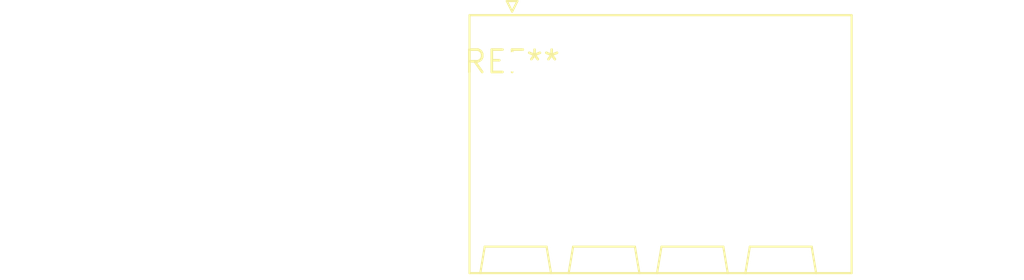
<source format=kicad_pcb>
(kicad_pcb (version 20240108) (generator pcbnew)
  (layers (0 "F.Cu" signal) (31 "B.Cu" signal) (34 "B.Paste" user) (35 "F.Paste" user) (36 "B.SilkS" user "B.Silkscreen") (37 "F.SilkS" user "F.Silkscreen") (38 "B.Mask" user) (39 "F.Mask" user) (44 "Edge.Cuts" user))
  (net 0 "")
  (footprint "PhoenixContact_SPT_2.5_4-H-5.0_1x04_P5.0mm_Horizontal" (layer "F.Cu") (at 0 0)
    (property "Reference" "REF**")
    (property "Value" "PhoenixContact_SPT_2.5_4-H-5.0_1x04_P5.0mm_Horizontal")
    (fp_line (start -2.41 -2.64) (end 19.21 -2.64) (layer "F.SilkS") (stroke (width 0.12)))
    (fp_line (start -2.41 11.98) (end -2.41 -2.64) (layer "F.SilkS") (stroke (width 0.12)))
    (fp_line (start -1.8 11.98) (end -1.55 10.48) (layer "F.SilkS") (stroke (width 0.12)))
    (fp_line (start -1.55 10.48) (end 1.95 10.48) (layer "F.SilkS") (stroke (width 0.12)))
    (fp_line (start -0.3 -3.44) (end 0 -2.84) (layer "F.SilkS") (stroke (width 0.12)))
    (fp_line (start -0.3 -3.44) (end 0.3 -3.44) (layer "F.SilkS") (stroke (width 0.12)))
    (fp_line (start 0.3 -3.44) (end 0 -2.84) (layer "F.SilkS") (stroke (width 0.12)))
    (fp_line (start 2.2 11.98) (end 1.95 10.48) (layer "F.SilkS") (stroke (width 0.12)))
    (fp_line (start 3.2 11.98) (end 3.45 10.48) (layer "F.SilkS") (stroke (width 0.12)))
    (fp_line (start 3.45 10.48) (end 6.95 10.48) (layer "F.SilkS") (stroke (width 0.12)))
    (fp_line (start 7.2 11.98) (end 6.95 10.48) (layer "F.SilkS") (stroke (width 0.12)))
    (fp_line (start 8.2 11.98) (end 8.45 10.48) (layer "F.SilkS") (stroke (width 0.12)))
    (fp_line (start 8.45 10.48) (end 11.95 10.48) (layer "F.SilkS") (stroke (width 0.12)))
    (fp_line (start 12.2 11.98) (end 11.95 10.48) (layer "F.SilkS") (stroke (width 0.12)))
    (fp_line (start 13.2 11.98) (end 13.45 10.48) (layer "F.SilkS") (stroke (width 0.12)))
    (fp_line (start 13.45 10.48) (end 16.95 10.48) (layer "F.SilkS") (stroke (width 0.12)))
    (fp_line (start 17.2 11.98) (end 16.95 10.48) (layer "F.SilkS") (stroke (width 0.12)))
    (fp_line (start 19.21 -2.64) (end 19.21 11.98) (layer "F.SilkS") (stroke (width 0.12)))
    (fp_line (start 19.21 11.98) (end -2.41 11.98) (layer "F.SilkS") (stroke (width 0.12)))
    (pad "1" thru_hole roundrect (at 0 0) (size 1.8 3.3) (drill 1.1) (layers *.Cu *.Mask) (remove_unused_layers) (roundrect_rratio 0.138889))
    (pad "1" thru_hole roundrect (at 0 8.2) (size 1.8 3.3) (drill 1.1) (layers *.Cu *.Mask) (remove_unused_layers) (roundrect_rratio 0.138889))
    (pad "2" thru_hole oval (at 5 0) (size 1.8 3.3) (drill 1.1) (layers *.Cu *.Mask) (remove_unused_layers))
    (pad "2" thru_hole oval (at 5 8.2) (size 1.8 3.3) (drill 1.1) (layers *.Cu *.Mask) (remove_unused_layers))
    (pad "3" thru_hole oval (at 10 0) (size 1.8 3.3) (drill 1.1) (layers *.Cu *.Mask) (remove_unused_layers))
    (pad "3" thru_hole oval (at 10 8.2) (size 1.8 3.3) (drill 1.1) (layers *.Cu *.Mask) (remove_unused_layers))
    (pad "4" thru_hole oval (at 15 0) (size 1.8 3.3) (drill 1.1) (layers *.Cu *.Mask) (remove_unused_layers))
    (pad "4" thru_hole oval (at 15 8.2) (size 1.8 3.3) (drill 1.1) (layers *.Cu *.Mask) (remove_unused_layers))
  )
)
</source>
